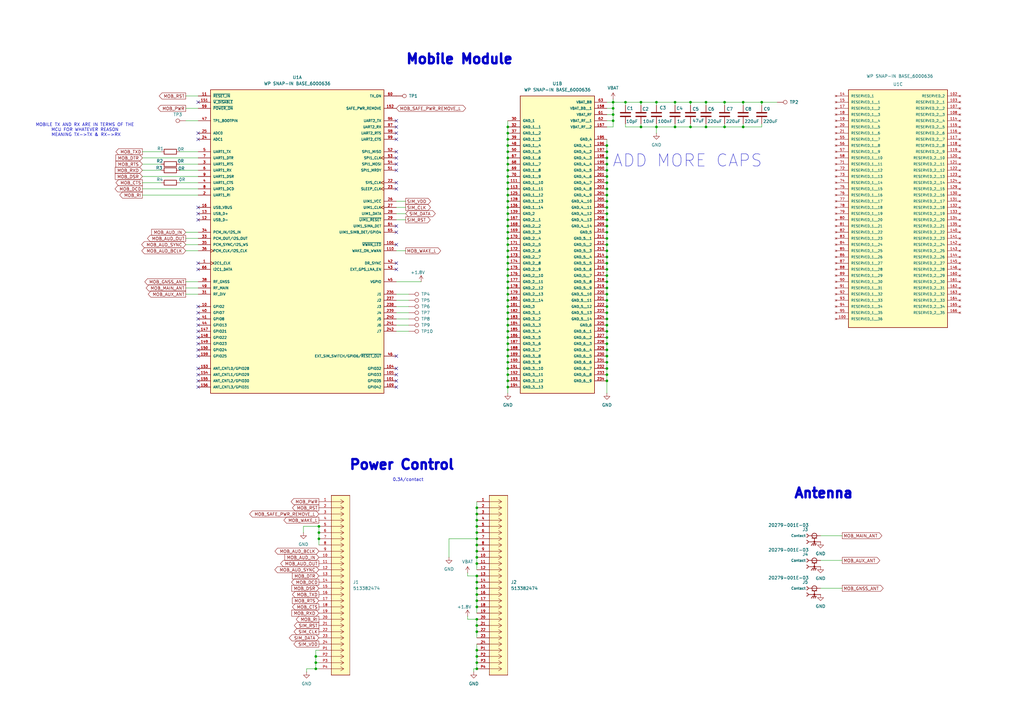
<source format=kicad_sch>
(kicad_sch (version 20250114) (generator "eeschema") (generator_version "9.0")
  (paper "A3")
  (text "ADD MORE CAPS" (at 281.94 66.04 0) (effects (font (size 5 5))))
  (text "Antenna\n" (at 337.82 202.438 0) (effects (font (size 4 4) (thickness 1) (bold yes))))
  (text "Power Control\n" (at 164.846 190.754 0) (effects (font (size 4 4) (thickness 1) (bold yes))))
  (text "MOBILE TX AND RX ARE IN TERMS OF THE \nMCU FOR WHATEVER REASON \nMEANING TX->TX & RX->RX" (at 35.306 53.34 0) (effects (font (size 1.27 1.27))))
  (text "0.3A/contact" (at 167.386 196.85 0) (effects (font (size 1.27 1.27))))
  (text "Mobile Module\n" (at 188.468 24.384 0) (effects (font (size 4 4) (thickness 1) (bold yes))))
  (junction (at 208.28 64.77))
  (junction (at 195.58 220.98))
  (junction (at 283.21 52.07))
  (junction (at 195.58 246.38))
  (junction (at 248.92 146.05))
  (junction (at 208.28 92.71))
  (junction (at 248.92 125.73))
  (junction (at 195.58 271.78))
  (junction (at 208.28 105.41))
  (junction (at 208.28 100.33))
  (junction (at 208.28 110.49))
  (junction (at 251.46 49.53))
  (junction (at 195.58 274.32))
  (junction (at 208.28 153.67))
  (junction (at 208.28 69.85))
  (junction (at 269.24 52.07))
  (junction (at 248.92 105.41))
  (junction (at 208.28 102.87))
  (junction (at 304.8 41.91))
  (junction (at 248.92 153.67))
  (junction (at 248.92 74.93))
  (junction (at 195.58 254))
  (junction (at 208.28 130.81))
  (junction (at 195.58 210.82))
  (junction (at 208.28 113.03))
  (junction (at 208.28 151.13))
  (junction (at 248.92 138.43))
  (junction (at 129.54 269.24))
  (junction (at 208.28 74.93))
  (junction (at 208.28 146.05))
  (junction (at 195.58 213.36))
  (junction (at 208.28 128.27))
  (junction (at 208.28 80.01))
  (junction (at 208.28 156.21))
  (junction (at 195.58 259.08))
  (junction (at 248.92 135.89))
  (junction (at 248.92 123.19))
  (junction (at 208.28 158.75))
  (junction (at 248.92 151.13))
  (junction (at 208.28 143.51))
  (junction (at 208.28 59.69))
  (junction (at 208.28 87.63))
  (junction (at 251.46 44.45))
  (junction (at 248.92 115.57))
  (junction (at 195.58 266.7))
  (junction (at 195.58 241.3))
  (junction (at 276.86 52.07))
  (junction (at 248.92 100.33))
  (junction (at 312.42 41.91))
  (junction (at 195.58 256.54))
  (junction (at 248.92 82.55))
  (junction (at 248.92 59.69))
  (junction (at 248.92 85.09))
  (junction (at 248.92 95.25))
  (junction (at 208.28 135.89))
  (junction (at 248.92 128.27))
  (junction (at 208.28 140.97))
  (junction (at 195.58 238.76))
  (junction (at 195.58 236.22))
  (junction (at 248.92 97.79))
  (junction (at 130.81 220.98))
  (junction (at 248.92 156.21))
  (junction (at 195.58 226.06))
  (junction (at 208.28 148.59))
  (junction (at 208.28 52.07))
  (junction (at 248.92 69.85))
  (junction (at 248.92 120.65))
  (junction (at 208.28 95.25))
  (junction (at 208.28 133.35))
  (junction (at 256.54 41.91))
  (junction (at 248.92 133.35))
  (junction (at 195.58 269.24))
  (junction (at 195.58 223.52))
  (junction (at 297.18 52.07))
  (junction (at 208.28 85.09))
  (junction (at 195.58 208.28))
  (junction (at 289.56 41.91))
  (junction (at 208.28 123.19))
  (junction (at 248.92 80.01))
  (junction (at 248.92 118.11))
  (junction (at 208.28 82.55))
  (junction (at 248.92 130.81))
  (junction (at 208.28 115.57))
  (junction (at 130.81 218.44))
  (junction (at 208.28 54.61))
  (junction (at 195.58 248.92))
  (junction (at 208.28 125.73))
  (junction (at 276.86 41.91))
  (junction (at 195.58 243.84))
  (junction (at 248.92 148.59))
  (junction (at 248.92 64.77))
  (junction (at 304.8 52.07))
  (junction (at 195.58 218.44))
  (junction (at 289.56 52.07))
  (junction (at 248.92 110.49))
  (junction (at 248.92 107.95))
  (junction (at 129.54 271.78))
  (junction (at 208.28 120.65))
  (junction (at 251.46 41.91))
  (junction (at 208.28 57.15))
  (junction (at 248.92 143.51))
  (junction (at 195.58 215.9))
  (junction (at 208.28 107.95))
  (junction (at 248.92 67.31))
  (junction (at 195.58 231.14))
  (junction (at 208.28 90.17))
  (junction (at 195.58 228.6))
  (junction (at 208.28 62.23))
  (junction (at 248.92 77.47))
  (junction (at 248.92 90.17))
  (junction (at 208.28 138.43))
  (junction (at 269.24 41.91))
  (junction (at 129.54 274.32))
  (junction (at 208.28 67.31))
  (junction (at 283.21 41.91))
  (junction (at 297.18 41.91))
  (junction (at 248.92 62.23))
  (junction (at 208.28 118.11))
  (junction (at 262.89 52.07))
  (junction (at 208.28 72.39))
  (junction (at 130.81 215.9))
  (junction (at 248.92 113.03))
  (junction (at 248.92 92.71))
  (junction (at 248.92 87.63))
  (junction (at 248.92 102.87))
  (junction (at 208.28 77.47))
  (junction (at 248.92 140.97))
  (junction (at 248.92 72.39))
  (junction (at 208.28 97.79))
  (junction (at 251.46 46.99))
  (junction (at 262.89 41.91))
  (no_connect (at 81.28 138.43))
  (no_connect (at 162.56 153.67))
  (no_connect (at 81.28 57.15))
  (no_connect (at 162.56 49.53))
  (no_connect (at 81.28 135.89))
  (no_connect (at 81.28 128.27))
  (no_connect (at 81.28 151.13))
  (no_connect (at 162.56 52.07))
  (no_connect (at 81.28 156.21))
  (no_connect (at 81.28 110.49))
  (no_connect (at 162.56 92.71))
  (no_connect (at 162.56 146.05))
  (no_connect (at 162.56 69.85))
  (no_connect (at 81.28 146.05))
  (no_connect (at 162.56 110.49))
  (no_connect (at 162.56 77.47))
  (no_connect (at 81.28 87.63))
  (no_connect (at 81.28 158.75))
  (no_connect (at 81.28 140.97))
  (no_connect (at 162.56 74.93))
  (no_connect (at 162.56 107.95))
  (no_connect (at 162.56 54.61))
  (no_connect (at 81.28 107.95))
  (no_connect (at 162.56 57.15))
  (no_connect (at 162.56 156.21))
  (no_connect (at 81.28 130.81))
  (no_connect (at 81.28 41.91))
  (no_connect (at 81.28 125.73))
  (no_connect (at 162.56 62.23))
  (no_connect (at 162.56 151.13))
  (no_connect (at 162.56 158.75))
  (no_connect (at 81.28 143.51))
  (no_connect (at 81.28 85.09))
  (no_connect (at 81.28 153.67))
  (no_connect (at 81.28 90.17))
  (no_connect (at 162.56 100.33))
  (no_connect (at 162.56 64.77))
  (no_connect (at 162.56 67.31))
  (no_connect (at 81.28 54.61))
  (no_connect (at 81.28 133.35))
  (no_connect (at 162.56 95.25))
  (wire (pts (xy 129.54 266.7) (xy 129.54 269.24)))
  (wire (pts (xy 162.56 133.35) (xy 167.64 133.35)))
  (wire (pts (xy 248.92 100.33) (xy 248.92 102.87)))
  (wire (pts (xy 208.28 151.13) (xy 208.28 153.67)))
  (wire (pts (xy 248.92 67.31) (xy 248.92 69.85)))
  (wire (pts (xy 208.28 123.19) (xy 208.28 125.73)))
  (wire (pts (xy 248.92 82.55) (xy 248.92 85.09)))
  (wire (pts (xy 208.28 130.81) (xy 208.28 133.35)))
  (wire (pts (xy 208.28 102.87) (xy 208.28 105.41)))
  (wire (pts (xy 248.92 105.41) (xy 248.92 107.95)))
  (wire (pts (xy 304.8 50.8) (xy 304.8 52.07)))
  (wire (pts (xy 208.28 62.23) (xy 208.28 64.77)))
  (wire (pts (xy 256.54 41.91) (xy 256.54 43.18)))
  (wire (pts (xy 248.92 62.23) (xy 248.92 64.77)))
  (wire (pts (xy 289.56 41.91) (xy 283.21 41.91)))
  (wire (pts (xy 248.92 118.11) (xy 248.92 120.65)))
  (wire (pts (xy 195.58 236.22) (xy 195.58 238.76)))
  (wire (pts (xy 248.92 113.03) (xy 248.92 115.57)))
  (wire (pts (xy 269.24 54.61) (xy 269.24 52.07)))
  (wire (pts (xy 256.54 52.07) (xy 256.54 50.8)))
  (wire (pts (xy 276.86 41.91) (xy 276.86 43.18)))
  (wire (pts (xy 208.28 115.57) (xy 208.28 118.11)))
  (wire (pts (xy 208.28 118.11) (xy 208.28 120.65)))
  (wire (pts (xy 208.28 72.39) (xy 208.28 74.93)))
  (wire (pts (xy 248.92 146.05) (xy 248.92 148.59)))
  (wire (pts (xy 248.92 49.53) (xy 251.46 49.53)))
  (wire (pts (xy 195.58 231.14) (xy 195.58 233.68)))
  (wire (pts (xy 208.28 143.51) (xy 208.28 146.05)))
  (wire (pts (xy 162.56 85.09) (xy 166.37 85.09)))
  (wire (pts (xy 304.8 41.91) (xy 297.18 41.91)))
  (wire (pts (xy 297.18 52.07) (xy 289.56 52.07)))
  (wire (pts (xy 251.46 46.99) (xy 251.46 49.53)))
  (wire (pts (xy 251.46 41.91) (xy 251.46 44.45)))
  (wire (pts (xy 251.46 40.64) (xy 251.46 41.91)))
  (wire (pts (xy 248.92 133.35) (xy 248.92 135.89)))
  (wire (pts (xy 336.55 229.87) (xy 345.44 229.87)))
  (wire (pts (xy 248.92 57.15) (xy 248.92 59.69)))
  (wire (pts (xy 191.77 234.95) (xy 191.77 236.22)))
  (wire (pts (xy 195.58 215.9) (xy 195.58 213.36)))
  (wire (pts (xy 312.42 41.91) (xy 312.42 43.18)))
  (wire (pts (xy 248.92 102.87) (xy 248.92 105.41)))
  (wire (pts (xy 208.28 153.67) (xy 208.28 156.21)))
  (wire (pts (xy 248.92 92.71) (xy 248.92 95.25)))
  (wire (pts (xy 162.56 87.63) (xy 166.37 87.63)))
  (wire (pts (xy 208.28 113.03) (xy 208.28 115.57)))
  (wire (pts (xy 195.58 246.38) (xy 195.58 248.92)))
  (wire (pts (xy 208.28 105.41) (xy 208.28 107.95)))
  (wire (pts (xy 195.58 208.28) (xy 195.58 205.74)))
  (wire (pts (xy 276.86 52.07) (xy 283.21 52.07)))
  (wire (pts (xy 195.58 226.06) (xy 195.58 228.6)))
  (wire (pts (xy 208.28 148.59) (xy 208.28 151.13)))
  (wire (pts (xy 208.28 135.89) (xy 208.28 138.43)))
  (wire (pts (xy 208.28 120.65) (xy 208.28 123.19)))
  (wire (pts (xy 184.15 228.6) (xy 184.15 220.98)))
  (wire (pts (xy 195.58 223.52) (xy 195.58 226.06)))
  (wire (pts (xy 248.92 151.13) (xy 248.92 153.67)))
  (wire (pts (xy 248.92 85.09) (xy 248.92 87.63)))
  (wire (pts (xy 208.28 49.53) (xy 208.28 52.07)))
  (wire (pts (xy 208.28 158.75) (xy 208.28 161.29)))
  (wire (pts (xy 208.28 156.21) (xy 208.28 158.75)))
  (wire (pts (xy 248.92 107.95) (xy 248.92 110.49)))
  (wire (pts (xy 248.92 97.79) (xy 248.92 100.33)))
  (wire (pts (xy 58.42 74.93) (xy 66.04 74.93)))
  (wire (pts (xy 248.92 90.17) (xy 248.92 92.71)))
  (wire (pts (xy 130.81 218.44) (xy 130.81 220.98)))
  (wire (pts (xy 130.81 271.78) (xy 129.54 271.78)))
  (wire (pts (xy 191.77 254) (xy 195.58 254)))
  (wire (pts (xy 248.92 72.39) (xy 248.92 74.93)))
  (wire (pts (xy 208.28 97.79) (xy 208.28 100.33)))
  (wire (pts (xy 129.54 271.78) (xy 129.54 274.32)))
  (wire (pts (xy 195.58 228.6) (xy 195.58 231.14)))
  (wire (pts (xy 208.28 138.43) (xy 208.28 140.97)))
  (wire (pts (xy 248.92 74.93) (xy 248.92 77.47)))
  (wire (pts (xy 162.56 120.65) (xy 167.64 120.65)))
  (wire (pts (xy 289.56 52.07) (xy 283.21 52.07)))
  (wire (pts (xy 208.28 128.27) (xy 208.28 130.81)))
  (wire (pts (xy 248.92 80.01) (xy 248.92 82.55)))
  (wire (pts (xy 195.58 220.98) (xy 195.58 223.52)))
  (wire (pts (xy 208.28 77.47) (xy 208.28 80.01)))
  (wire (pts (xy 208.28 59.69) (xy 208.28 62.23)))
  (wire (pts (xy 195.58 220.98) (xy 195.58 218.44)))
  (wire (pts (xy 248.92 148.59) (xy 248.92 151.13)))
  (wire (pts (xy 256.54 52.07) (xy 262.89 52.07)))
  (wire (pts (xy 191.77 252.73) (xy 191.77 254)))
  (wire (pts (xy 336.55 241.3) (xy 345.44 241.3)))
  (wire (pts (xy 124.46 215.9) (xy 130.81 215.9)))
  (wire (pts (xy 162.56 102.87) (xy 166.37 102.87)))
  (wire (pts (xy 208.28 82.55) (xy 208.28 85.09)))
  (wire (pts (xy 208.28 133.35) (xy 208.28 135.89)))
  (wire (pts (xy 269.24 41.91) (xy 269.24 43.18)))
  (wire (pts (xy 195.58 210.82) (xy 195.58 208.28)))
  (wire (pts (xy 191.77 236.22) (xy 195.58 236.22)))
  (wire (pts (xy 318.77 41.91) (xy 312.42 41.91)))
  (wire (pts (xy 248.92 95.25) (xy 248.92 97.79)))
  (wire (pts (xy 76.2 44.45) (xy 81.28 44.45)))
  (wire (pts (xy 208.28 125.73) (xy 208.28 128.27)))
  (wire (pts (xy 76.2 95.25) (xy 81.28 95.25)))
  (wire (pts (xy 195.58 259.08) (xy 195.58 261.62)))
  (wire (pts (xy 208.28 69.85) (xy 208.28 72.39)))
  (wire (pts (xy 162.56 130.81) (xy 167.64 130.81)))
  (wire (pts (xy 251.46 41.91) (xy 248.92 41.91)))
  (wire (pts (xy 256.54 41.91) (xy 262.89 41.91)))
  (wire (pts (xy 251.46 52.07) (xy 251.46 49.53)))
  (wire (pts (xy 125.73 274.32) (xy 129.54 274.32)))
  (wire (pts (xy 208.28 54.61) (xy 208.28 57.15)))
  (wire (pts (xy 248.92 59.69) (xy 248.92 62.23)))
  (wire (pts (xy 73.66 67.31) (xy 81.28 67.31)))
  (wire (pts (xy 195.58 264.16) (xy 195.58 266.7)))
  (wire (pts (xy 208.28 52.07) (xy 208.28 54.61)))
  (wire (pts (xy 248.92 138.43) (xy 248.92 140.97)))
  (wire (pts (xy 76.2 118.11) (xy 81.28 118.11)))
  (wire (pts (xy 297.18 41.91) (xy 289.56 41.91)))
  (wire (pts (xy 248.92 130.81) (xy 248.92 133.35)))
  (wire (pts (xy 297.18 50.8) (xy 297.18 52.07)))
  (wire (pts (xy 312.42 50.8) (xy 312.42 52.07)))
  (wire (pts (xy 248.92 140.97) (xy 248.92 143.51)))
  (wire (pts (xy 162.56 90.17) (xy 166.37 90.17)))
  (wire (pts (xy 208.28 90.17) (xy 208.28 92.71)))
  (wire (pts (xy 248.92 128.27) (xy 248.92 130.81)))
  (wire (pts (xy 248.92 143.51) (xy 248.92 146.05)))
  (wire (pts (xy 248.92 69.85) (xy 248.92 72.39)))
  (wire (pts (xy 283.21 52.07) (xy 283.21 50.8)))
  (wire (pts (xy 248.92 87.63) (xy 248.92 90.17)))
  (wire (pts (xy 76.2 39.37) (xy 81.28 39.37)))
  (wire (pts (xy 251.46 41.91) (xy 256.54 41.91)))
  (wire (pts (xy 58.42 64.77) (xy 81.28 64.77)))
  (wire (pts (xy 195.58 218.44) (xy 195.58 215.9)))
  (wire (pts (xy 130.81 220.98) (xy 130.81 223.52)))
  (wire (pts (xy 312.42 52.07) (xy 304.8 52.07)))
  (wire (pts (xy 208.28 64.77) (xy 208.28 67.31)))
  (wire (pts (xy 195.58 271.78) (xy 195.58 274.32)))
  (wire (pts (xy 73.66 62.23) (xy 81.28 62.23)))
  (wire (pts (xy 195.58 248.92) (xy 195.58 251.46)))
  (wire (pts (xy 304.8 41.91) (xy 304.8 43.18)))
  (wire (pts (xy 195.58 238.76) (xy 195.58 241.3)))
  (wire (pts (xy 195.58 274.32) (xy 194.31 274.32)))
  (wire (pts (xy 195.58 269.24) (xy 195.58 271.78)))
  (wire (pts (xy 276.86 52.07) (xy 276.86 50.8)))
  (wire (pts (xy 208.28 140.97) (xy 208.28 143.51)))
  (wire (pts (xy 184.15 220.98) (xy 195.58 220.98)))
  (wire (pts (xy 76.2 97.79) (xy 81.28 97.79)))
  (wire (pts (xy 248.92 115.57) (xy 248.92 118.11)))
  (wire (pts (xy 76.2 100.33) (xy 81.28 100.33)))
  (wire (pts (xy 336.55 219.71) (xy 345.44 219.71)))
  (wire (pts (xy 58.42 69.85) (xy 66.04 69.85)))
  (wire (pts (xy 269.24 41.91) (xy 276.86 41.91)))
  (wire (pts (xy 124.46 218.44) (xy 124.46 215.9)))
  (wire (pts (xy 195.58 254) (xy 195.58 256.54)))
  (wire (pts (xy 73.66 69.85) (xy 81.28 69.85)))
  (wire (pts (xy 76.2 49.53) (xy 81.28 49.53)))
  (wire (pts (xy 208.28 100.33) (xy 208.28 102.87)))
  (wire (pts (xy 130.81 269.24) (xy 129.54 269.24)))
  (wire (pts (xy 76.2 115.57) (xy 81.28 115.57)))
  (wire (pts (xy 251.46 46.99) (xy 251.46 44.45)))
  (wire (pts (xy 248.92 52.07) (xy 251.46 52.07)))
  (wire (pts (xy 262.89 41.91) (xy 262.89 43.18)))
  (wire (pts (xy 129.54 274.32) (xy 130.81 274.32)))
  (wire (pts (xy 208.28 92.71) (xy 208.28 95.25)))
  (wire (pts (xy 248.92 46.99) (xy 251.46 46.99)))
  (wire (pts (xy 208.28 146.05) (xy 208.28 148.59)))
  (wire (pts (xy 58.42 62.23) (xy 66.04 62.23)))
  (wire (pts (xy 276.86 41.91) (xy 283.21 41.91)))
  (wire (pts (xy 262.89 41.91) (xy 269.24 41.91)))
  (wire (pts (xy 248.92 64.77) (xy 248.92 67.31)))
  (wire (pts (xy 248.92 156.21) (xy 248.92 161.29)))
  (wire (pts (xy 76.2 120.65) (xy 81.28 120.65)))
  (wire (pts (xy 130.81 215.9) (xy 130.81 218.44)))
  (wire (pts (xy 195.58 256.54) (xy 195.58 259.08)))
  (wire (pts (xy 312.42 41.91) (xy 304.8 41.91)))
  (wire (pts (xy 195.58 243.84) (xy 195.58 246.38)))
  (wire (pts (xy 269.24 52.07) (xy 269.24 50.8)))
  (wire (pts (xy 162.56 128.27) (xy 167.64 128.27)))
  (wire (pts (xy 58.42 80.01) (xy 81.28 80.01)))
  (wire (pts (xy 172.72 115.57) (xy 162.56 115.57)))
  (wire (pts (xy 129.54 269.24) (xy 129.54 271.78)))
  (wire (pts (xy 248.92 44.45) (xy 251.46 44.45)))
  (wire (pts (xy 208.28 57.15) (xy 208.28 59.69)))
  (wire (pts (xy 208.28 67.31) (xy 208.28 69.85)))
  (wire (pts (xy 248.92 110.49) (xy 248.92 113.03)))
  (wire (pts (xy 162.56 123.19) (xy 167.64 123.19)))
  (wire (pts (xy 195.58 213.36) (xy 195.58 210.82)))
  (wire (pts (xy 304.8 52.07) (xy 297.18 52.07)))
  (wire (pts (xy 248.92 135.89) (xy 248.92 138.43)))
  (wire (pts (xy 248.92 153.67) (xy 248.92 156.21)))
  (wire (pts (xy 289.56 43.18) (xy 289.56 41.91)))
  (wire (pts (xy 76.2 102.87) (xy 81.28 102.87)))
  (wire (pts (xy 194.31 274.32) (xy 194.31 275.59)))
  (wire (pts (xy 208.28 110.49) (xy 208.28 113.03)))
  (wire (pts (xy 208.28 74.93) (xy 208.28 77.47)))
  (wire (pts (xy 58.42 67.31) (xy 66.04 67.31)))
  (wire (pts (xy 73.66 74.93) (xy 81.28 74.93)))
  (wire (pts (xy 248.92 125.73) (xy 248.92 128.27)))
  (wire (pts (xy 269.24 52.07) (xy 276.86 52.07)))
  (wire (pts (xy 208.28 107.95) (xy 208.28 110.49)))
  (wire (pts (xy 208.28 80.01) (xy 208.28 82.55)))
  (wire (pts (xy 208.28 95.25) (xy 208.28 97.79)))
  (wire (pts (xy 58.42 72.39) (xy 81.28 72.39)))
  (wire (pts (xy 195.58 241.3) (xy 195.58 243.84)))
  (wire (pts (xy 130.81 266.7) (xy 129.54 266.7)))
  (wire (pts (xy 195.58 266.7) (xy 195.58 269.24)))
  (wire (pts (xy 162.56 135.89) (xy 167.64 135.89)))
  (wire (pts (xy 125.73 275.59) (xy 125.73 274.32)))
  (wire (pts (xy 208.28 87.63) (xy 208.28 90.17)))
  (wire (pts (xy 262.89 52.07) (xy 269.24 52.07)))
  (wire (pts (xy 289.56 50.8) (xy 289.56 52.07)))
  (wire (pts (xy 248.92 120.65) (xy 248.92 123.19)))
  (wire (pts (xy 283.21 41.91) (xy 283.21 43.18)))
  (wire (pts (xy 248.92 123.19) (xy 248.92 125.73)))
  (wire (pts (xy 248.92 77.47) (xy 248.92 80.01)))
  (wire (pts (xy 162.56 125.73) (xy 167.64 125.73)))
  (wire (pts (xy 262.89 52.07) (xy 262.89 50.8)))
  (wire (pts (xy 208.28 85.09) (xy 208.28 87.63)))
  (wire (pts (xy 297.18 41.91) (xy 297.18 43.18)))
  (wire (pts (xy 162.56 82.55) (xy 166.37 82.55)))
  (wire (pts (xy 58.42 77.47) (xy 81.28 77.47)))
  (global_label "MOB_DTR" (shape input) (at 58.42 64.77 180) (property "Intersheetrefs" "${INTERSHEET_REFS}" (effects (hide yes))))
  (global_label "MOB_SAFE_PWR_REMOVE_L" (shape bidirectional) (at 162.56 44.45 0) (property "Intersheetrefs" "${INTERSHEET_REFS}" (effects (hide yes))))
  (global_label "MOB_GNSS_ANT" (shape output) (at 345.44 241.3 0) (property "Intersheetrefs" "${INTERSHEET_REFS}" (effects (hide yes))))
  (global_label "MOB_WAKE_L" (shape output) (at 130.81 213.36 180) (property "Intersheetrefs" "${INTERSHEET_REFS}" (effects (hide yes))))
  (global_label "MOB_WAKE_L" (shape output) (at 166.37 102.87 0) (property "Intersheetrefs" "${INTERSHEET_REFS}" (effects (hide yes))))
  (global_label "SIM_DATA" (shape bidirectional) (at 166.37 87.63 0) (property "Intersheetrefs" "${INTERSHEET_REFS}" (effects (hide yes))))
  (global_label "MOB_RI" (shape output) (at 130.81 254 180) (property "Intersheetrefs" "${INTERSHEET_REFS}" (effects (hide yes))))
  (global_label "SIM_VDD" (shape output) (at 130.81 264.16 180) (property "Intersheetrefs" "${INTERSHEET_REFS}" (effects (hide yes))))
  (global_label "MOB_RXD" (shape input) (at 58.42 69.85 180) (property "Intersheetrefs" "${INTERSHEET_REFS}" (effects (hide yes))))
  (global_label "MOB_AUD_SYNC" (shape bidirectional) (at 76.2 100.33 180) (property "Intersheetrefs" "${INTERSHEET_REFS}" (effects (hide yes))))
  (global_label "MOB_MAIN_ANT" (shape output) (at 345.44 219.71 0) (property "Intersheetrefs" "${INTERSHEET_REFS}" (effects (hide yes))))
  (global_label "MOB_AUX_ANT" (shape output) (at 76.2 120.65 180) (property "Intersheetrefs" "${INTERSHEET_REFS}" (effects (hide yes))))
  (global_label "MOB_AUD_IN" (shape input) (at 130.81 228.6 180) (property "Intersheetrefs" "${INTERSHEET_REFS}" (effects (hide yes))))
  (global_label "MOB_RI" (shape output) (at 58.42 80.01 180) (property "Intersheetrefs" "${INTERSHEET_REFS}" (effects (hide yes))))
  (global_label "MOB_RTS" (shape input) (at 130.81 246.38 180) (property "Intersheetrefs" "${INTERSHEET_REFS}" (effects (hide yes))))
  (global_label "MOB_AUD_BCLK" (shape bidirectional) (at 76.2 102.87 180) (property "Intersheetrefs" "${INTERSHEET_REFS}" (effects (hide yes))))
  (global_label "MOB_TXD" (shape output) (at 130.81 243.84 180) (property "Intersheetrefs" "${INTERSHEET_REFS}" (effects (hide yes))))
  (global_label "MOB_DCD" (shape output) (at 58.42 77.47 180) (property "Intersheetrefs" "${INTERSHEET_REFS}" (effects (hide yes))))
  (global_label "MOB_PWR" (shape output) (at 130.81 205.74 180) (property "Intersheetrefs" "${INTERSHEET_REFS}" (effects (hide yes))))
  (global_label "MOB_AUD_SYNC" (shape bidirectional) (at 130.81 233.68 180) (property "Intersheetrefs" "${INTERSHEET_REFS}" (effects (hide yes))))
  (global_label "SIM_DATA" (shape bidirectional) (at 130.81 261.62 180) (property "Intersheetrefs" "${INTERSHEET_REFS}" (effects (hide yes))))
  (global_label "MOB_AUD_BCLK" (shape bidirectional) (at 130.81 226.06 180) (property "Intersheetrefs" "${INTERSHEET_REFS}" (effects (hide yes))))
  (global_label "MOB_CTS" (shape output) (at 58.42 74.93 180) (property "Intersheetrefs" "${INTERSHEET_REFS}" (effects (hide yes))))
  (global_label "SIM_CLK" (shape output) (at 166.37 85.09 0) (property "Intersheetrefs" "${INTERSHEET_REFS}" (effects (hide yes))))
  (global_label "MOB_DCD" (shape output) (at 130.81 238.76 180) (property "Intersheetrefs" "${INTERSHEET_REFS}" (effects (hide yes))))
  (global_label "SIM_VDD" (shape output) (at 166.37 82.55 0) (property "Intersheetrefs" "${INTERSHEET_REFS}" (effects (hide yes))))
  (global_label "MOB_AUX_ANT" (shape output) (at 345.44 229.87 0) (property "Intersheetrefs" "${INTERSHEET_REFS}" (effects (hide yes))))
  (global_label "MOB_RXD" (shape input) (at 130.81 251.46 180) (property "Intersheetrefs" "${INTERSHEET_REFS}" (effects (hide yes))))
  (global_label "MOB_AUD_OUT" (shape output) (at 130.81 231.14 180) (property "Intersheetrefs" "${INTERSHEET_REFS}" (effects (hide yes))))
  (global_label "MOB_TXD" (shape output) (at 58.42 62.23 180) (property "Intersheetrefs" "${INTERSHEET_REFS}" (effects (hide yes))))
  (global_label "SIM_RST" (shape output) (at 166.37 90.17 0) (property "Intersheetrefs" "${INTERSHEET_REFS}" (effects (hide yes))))
  (global_label "MOB_RTS" (shape input) (at 58.42 67.31 180) (property "Intersheetrefs" "${INTERSHEET_REFS}" (effects (hide yes))))
  (global_label "MOB_DTR" (shape input) (at 130.81 236.22 180) (property "Intersheetrefs" "${INTERSHEET_REFS}" (effects (hide yes))))
  (global_label "SIM_RST" (shape output) (at 130.81 256.54 180) (property "Intersheetrefs" "${INTERSHEET_REFS}" (effects (hide yes))))
  (global_label "MOB_PWR" (shape output) (at 76.2 44.45 180) (property "Intersheetrefs" "${INTERSHEET_REFS}" (effects (hide yes))))
  (global_label "MOB_MAIN_ANT" (shape output) (at 76.2 118.11 180) (property "Intersheetrefs" "${INTERSHEET_REFS}" (effects (hide yes))))
  (global_label "MOB_RST" (shape output) (at 130.81 208.28 180) (property "Intersheetrefs" "${INTERSHEET_REFS}" (effects (hide yes))))
  (global_label "MOB_CTS" (shape output) (at 130.81 248.92 180) (property "Intersheetrefs" "${INTERSHEET_REFS}" (effects (hide yes))))
  (global_label "MOB_GNSS_ANT" (shape output) (at 76.2 115.57 180) (property "Intersheetrefs" "${INTERSHEET_REFS}" (effects (hide yes))))
  (global_label "MOB_DSR" (shape input) (at 130.81 241.3 180) (property "Intersheetrefs" "${INTERSHEET_REFS}" (effects (hide yes))))
  (global_label "SIM_CLK" (shape output) (at 130.81 259.08 180) (property "Intersheetrefs" "${INTERSHEET_REFS}" (effects (hide yes))))
  (global_label "MOB_AUD_OUT" (shape output) (at 76.2 97.79 180) (property "Intersheetrefs" "${INTERSHEET_REFS}" (effects (hide yes))))
  (global_label "MOB_RST" (shape output) (at 76.2 39.37 180) (property "Intersheetrefs" "${INTERSHEET_REFS}" (effects (hide yes))))
  (global_label "MOB_AUD_IN" (shape input) (at 76.2 95.25 180) (property "Intersheetrefs" "${INTERSHEET_REFS}" (effects (hide yes))))
  (global_label "MOB_SAFE_PWR_REMOVE_L" (shape bidirectional) (at 130.81 210.82 180) (property "Intersheetrefs" "${INTERSHEET_REFS}" (effects (hide yes))))
  (global_label "MOB_DSR" (shape input) (at 58.42 72.39 180) (property "Intersheetrefs" "${INTERSHEET_REFS}" (effects (hide yes))))
  (symbol (lib_id "resistors:Resistor_0R") (at 69.85 69.85 90) (unit 1)
    (property "Reference" "R3" (at 65.278 68.834 90))
    (property "Value" "0R" (at 74.422 69.088 90))
    (property "Footprint" "Resistor_SMD:R_0402_1005Metric" (effects (hide yes)))
    (property "LCSC PN" "C60485" (effects (hide yes)))
  )
  (symbol (lib_id "20279-001E-03:20279-001E-03") (at 334.01 241.3 0) (unit 1)
    (property "Reference" "J5" (at 331.47 238.76 0) (effects (justify right)))
    (property "Value" "20279-001E-03" (at 331.724 236.982 0) (effects (justify right)))
    (property "Footprint" "20279-001E-03:IPEX_20279-001E-03" (effects (hide yes)))
    (property "MF" "I-PEX" (effects (hide yes)))
    (property "MAXIMUM_PACKAGE_HEIGHT" "1.25mm" (effects (hide yes)))
    (property "Package" "None" (effects (hide yes)))
    (property "Price" "None" (effects (hide yes)))
    (property "Check_prices" "https://www.snapeda.com/parts/20279-001E-03/I-PEX/view-part/?ref=eda" (effects (hide yes)))
    (property "STANDARD" "Manufacturer Recommendations" (effects (hide yes)))
    (property "PARTREV" "32" (effects (hide yes)))
    (property "SnapEDA_Link" "https://www.snapeda.com/parts/20279-001E-03/I-PEX/view-part/?ref=snap" (effects (hide yes)))
    (property "MP" "20279-001E-03" (effects (hide yes)))
    (property "Description_1" "\n                        \n                            1 POS Vertical SMD Small form factor with big performance through 6 GHz connector,MHF, RF, micro-coaxial MHF I Receptacle\n                        \n" (effects (hide yes)))
    (property "Availability" "In Stock" (effects (hide yes)))
    (property "MANUFACTURER" "I-PEX" (effects (hide yes)))
    (property "LCSC PN" " C36499136" (effects (hide yes)))
  )
  (symbol (lib_id "Connector:TestPoint") (at 76.2 49.53 90) (unit 1)
    (property "Reference" "TP3" (at 72.898 46.99 90))
    (property "Value" "TestPoint" (effects (hide yes)))
    (property "Footprint" "TestPoint:TestPoint_Pad_D1.5mm" (effects (hide yes)))
    (property "Description" "test point" (effects (hide yes)))
  )
  (symbol (lib_id "RC7620_1104625:RC7620_1104625") (at 228.6 49.53 0) (unit 2)
    (property "Reference" "U1" (at 228.6 34.29 0))
    (property "Value" "WP SNAP-IN BASE_6000636" (at 228.6 36.83 0))
    (property "Footprint" "RC7620_1104625:XCVR_RC7620_1104625" (effects (hide yes)))
    (property "MF" "Sierra Wireless" (effects (hide yes)))
    (property "MAXIMUM_PACKAGE_HEIGHT" "2.7mm" (effects (hide yes)))
    (property "Package" "BFLGA-239 Sierra Wireless" (effects (hide yes)))
    (property "Price" "None" (effects (hide yes)))
    (property "Check_prices" "https://www.snapeda.com/parts/RC7620_1104625/Sierra+Wireless/view-part/?ref=eda" (effects (hide yes)))
    (property "STANDARD" "Manufacturer Recommendations" (effects (hide yes)))
    (property "PARTREV" "12" (effects (hide yes)))
    (property "SnapEDA_Link" "https://www.snapeda.com/parts/RC7620_1104625/Sierra+Wireless/view-part/?ref=snap" (effects (hide yes)))
    (property "MP" "RC7620_1104625" (effects (hide yes)))
    (property "Description_1" "\n                        \n                            Cellular, Navigation 2G, 3G, 4G, EDGE, GPRS, GSM, LTE, UMTS Transceiver Module 900MHz, 1.8GHz Antenna Not Included Surface Mount\n                        \n" (effects (hide yes)))
    (property "MANUFACTURER" "Sierra Wireless" (effects (hide yes)))
    (property "Availability" "In Stock" (effects (hide yes)))
    (property "SNAPEDA_PN" "RC7620_1104625" (effects (hide yes)))
  )
  (symbol (lib_name "RC7620_1104625_1") (lib_id "RC7620_1104625:RC7620_1104625") (at 368.3 39.37 0) (unit 3)
    (property "Reference" "U1" (at 368.3 34.544 0))
    (property "Value" "WP SNAP-IN BASE_6000636" (at 369.062 31.242 0))
    (property "Footprint" "WP_SNAP-IN_BASE:SIERRA_WP_SNAP-IN_BASE" (effects (hide yes)))
    (property "MF" "Sierra Wireless" (effects (hide yes)))
    (property "MAXIMUM_PACKAGE_HEIGHT" "2.7mm" (effects (hide yes)))
    (property "Package" "BFLGA-239 Sierra Wireless" (effects (hide yes)))
    (property "Price" "None" (effects (hide yes)))
    (property "Check_prices" "https://www.snapeda.com/parts/RC7620_1104625/Sierra+Wireless/view-part/?ref=eda" (effects (hide yes)))
    (property "STANDARD" "Manufacturer Recommendations" (effects (hide yes)))
    (property "PARTREV" "12" (effects (hide yes)))
    (property "SnapEDA_Link" "https://www.snapeda.com/parts/RC7620_1104625/Sierra+Wireless/view-part/?ref=snap" (effects (hide yes)))
    (property "MP" "RC7620_1104625" (effects (hide yes)))
    (property "Description_1" "\n                        \n                            Cellular, Navigation 2G, 3G, 4G, EDGE, GPRS, GSM, LTE, UMTS Transceiver Module 900MHz, 1.8GHz Antenna Not Included Surface Mount\n                        \n" (effects (hide yes)))
    (property "MANUFACTURER" "Sierra Wireless" (effects (hide yes)))
    (property "Availability" "In Stock" (effects (hide yes)))
    (property "SNAPEDA_PN" "RC7620_1104625" (effects (hide yes)))
  )
  (symbol (lib_id "Capacitors:Capacitor_220uF") (at 312.42 46.99 0) (unit 1)
    (property "Reference" "C9" (at 313.182 44.704 0) (effects (justify left)))
    (property "Value" "220uF" (at 312.928 49.784 0) (effects (justify left)))
    (property "Footprint" "Capacitor_SMD:C_1206_3216Metric" (effects (hide yes)))
    (property "Datasheet" "GRM31CR60J227ME11L" (effects (hide yes)))
    (property "Description" "6.3V 220uF X5R ±20% 1206 Multilayer Ceramic Capacitors MLCC - SMD/SMT ROHS" (effects (hide yes)))
    (property "LCSC PN" "C412252" (effects (hide yes)))
  )
  (symbol (lib_id "Connector:TestPoint") (at 162.56 39.37 270) (unit 1)
    (property "Reference" "TP1" (at 167.64 39.3699 90) (effects (justify left)))
    (property "Value" "TestPoint" (effects (hide yes)))
    (property "Footprint" "TestPoint:TestPoint_Pad_D1.5mm" (effects (hide yes)))
    (property "Description" "test point" (effects (hide yes)))
  )
  (symbol (lib_id "resistors:Resistor_0R") (at 69.85 74.93 90) (unit 1)
    (property "Reference" "R4" (at 65.532 73.66 90))
    (property "Value" "0R" (at 74.676 73.66 90))
    (property "Footprint" "Resistor_SMD:R_0402_1005Metric" (effects (hide yes)))
    (property "LCSC PN" "C60485" (effects (hide yes)))
  )
  (symbol (lib_id "513382474:513382474") (at 195.58 205.74 0) (unit 1)
    (property "Reference" "J2" (at 209.55 238.7599 0) (effects (justify left)))
    (property "Value" "513382474" (at 209.55 241.2999 0) (effects (justify left)))
    (property "Footprint" "513382474:CON_513382474" (effects (hide yes)))
    (property "DigiKey_Part_Number" "WM8960TR-ND" (effects (hide yes)))
    (property "SnapEDA_Link" "https://www.snapeda.com/parts/513382474/Molex/view-part/?ref=snap" (effects (hide yes)))
    (property "Description_1" "24 Position Connector Receptacle, Center Strip Contacts Surface Mount Gold" (effects (hide yes)))
    (property "Package" "None" (effects (hide yes)))
    (property "Check_prices" "https://www.snapeda.com/parts/513382474/Molex/view-part/?ref=eda" (effects (hide yes)))
    (property "MF" "Molex" (effects (hide yes)))
    (property "MP" "513382474" (effects (hide yes)))
    (property "MFR_NAME" "Molex Connector Corporation" (effects (hide yes)))
    (property "MANUFACTURER_PART_NUMBER" "513382474" (effects (hide yes)))
  )
  (symbol (lib_id "20279-001E-03:20279-001E-03") (at 334.01 219.71 0) (unit 1)
    (property "Reference" "J3" (at 331.47 217.17 0) (effects (justify right)))
    (property "Value" "20279-001E-03" (at 331.724 215.392 0) (effects (justify right)))
    (property "Footprint" "20279-001E-03:IPEX_20279-001E-03" (effects (hide yes)))
    (property "MF" "I-PEX" (effects (hide yes)))
    (property "MAXIMUM_PACKAGE_HEIGHT" "1.25mm" (effects (hide yes)))
    (property "Package" "None" (effects (hide yes)))
    (property "Price" "None" (effects (hide yes)))
    (property "Check_prices" "https://www.snapeda.com/parts/20279-001E-03/I-PEX/view-part/?ref=eda" (effects (hide yes)))
    (property "STANDARD" "Manufacturer Recommendations" (effects (hide yes)))
    (property "PARTREV" "32" (effects (hide yes)))
    (property "SnapEDA_Link" "https://www.snapeda.com/parts/20279-001E-03/I-PEX/view-part/?ref=snap" (effects (hide yes)))
    (property "MP" "20279-001E-03" (effects (hide yes)))
    (property "Description_1" "\n                        \n                            1 POS Vertical SMD Small form factor with big performance through 6 GHz connector,MHF, RF, micro-coaxial MHF I Receptacle\n                        \n" (effects (hide yes)))
    (property "Availability" "In Stock" (effects (hide yes)))
    (property "MANUFACTURER" "I-PEX" (effects (hide yes)))
    (property "LCSC PN" " C36499136" (effects (hide yes)))
  )
  (symbol (lib_id "resistors:Resistor_0R") (at 69.85 67.31 90) (unit 1)
    (property "Reference" "R2" (at 65.532 66.04 90))
    (property "Value" "0R" (at 74.168 66.04 90))
    (property "Footprint" "Resistor_SMD:R_0402_1005Metric" (effects (hide yes)))
    (property "LCSC PN" "C60485" (effects (hide yes)))
  )
  (symbol (lib_id "power:GND") (at 269.24 54.61 0) (unit 1)
    (property "Reference" "#PWR02" (effects (hide yes)))
    (property "Value" "GND" (at 269.24 59.436 0))
    (property "Description" "Power symbol creates a global label with name \"GND\" , ground" (effects (hide yes)))
  )
  (symbol (lib_id "power:GND") (at 124.46 218.44 0) (unit 1)
    (property "Reference" "#PWR014" (effects (hide yes)))
    (property "Value" "GND" (at 124.46 223.266 0))
    (property "Description" "Power symbol creates a global label with name \"GND\" , ground" (effects (hide yes)))
  )
  (symbol (lib_id "20279-001E-03:20279-001E-03") (at 334.01 229.87 0) (unit 1)
    (property "Reference" "J4" (at 331.47 227.33 0) (effects (justify right)))
    (property "Value" "20279-001E-03" (at 331.724 225.552 0) (effects (justify right)))
    (property "Footprint" "20279-001E-03:IPEX_20279-001E-03" (effects (hide yes)))
    (property "MF" "I-PEX" (effects (hide yes)))
    (property "MAXIMUM_PACKAGE_HEIGHT" "1.25mm" (effects (hide yes)))
    (property "Package" "None" (effects (hide yes)))
    (property "Price" "None" (effects (hide yes)))
    (property "Check_prices" "https://www.snapeda.com/parts/20279-001E-03/I-PEX/view-part/?ref=eda" (effects (hide yes)))
    (property "STANDARD" "Manufacturer Recommendations" (effects (hide yes)))
    (property "PARTREV" "32" (effects (hide yes)))
    (property "SnapEDA_Link" "https://www.snapeda.com/parts/20279-001E-03/I-PEX/view-part/?ref=snap" (effects (hide yes)))
    (property "MP" "20279-001E-03" (effects (hide yes)))
    (property "Description_1" "\n                        \n                            1 POS Vertical SMD Small form factor with big performance through 6 GHz connector,MHF, RF, micro-coaxial MHF I Receptacle\n                        \n" (effects (hide yes)))
    (property "Availability" "In Stock" (effects (hide yes)))
    (property "MANUFACTURER" "I-PEX" (effects (hide yes)))
    (property "LCSC PN" " C36499136" (effects (hide yes)))
  )
  (symbol (lib_id "power:GND") (at 208.28 161.29 0) (unit 1)
    (property "Reference" "#PWR04" (effects (hide yes)))
    (property "Value" "GND" (at 208.28 166.116 0))
    (property "Description" "Power symbol creates a global label with name \"GND\" , ground" (effects (hide yes)))
  )
  (symbol (lib_id "Capacitors:Capacitor_47uF") (at 283.21 46.99 0) (unit 1)
    (property "Reference" "C5" (at 283.972 44.704 0) (effects (justify left)))
    (property "Value" "47uF" (at 283.972 49.53 0) (effects (justify left)))
    (property "Footprint" "Capacitor_SMD:C_0805_2012Metric" (effects (hide yes)))
    (property "Description" "CAP CER 47UF 6.3V X5R 0805" (effects (hide yes)))
    (property "LCSC PN" "C109461" (effects (hide yes)))
  )
  (symbol (lib_id "RC7620_1104625:RC7620_1104625") (at 121.92 97.79 0) (unit 1)
    (property "Reference" "U1" (at 121.92 31.75 0))
    (property "Value" "WP SNAP-IN BASE_6000636" (at 121.92 34.29 0))
    (property "Footprint" "RC7620_1104625:XCVR_RC7620_1104625" (effects (hide yes)))
    (property "MF" "Sierra Wireless" (effects (hide yes)))
    (property "MAXIMUM_PACKAGE_HEIGHT" "2.7mm" (effects (hide yes)))
    (property "Package" "BFLGA-239 Sierra Wireless" (effects (hide yes)))
    (property "Price" "None" (effects (hide yes)))
    (property "Check_prices" "https://www.snapeda.com/parts/RC7620_1104625/Sierra+Wireless/view-part/?ref=eda" (effects (hide yes)))
    (property "STANDARD" "Manufacturer Recommendations" (effects (hide yes)))
    (property "PARTREV" "12" (effects (hide yes)))
    (property "SnapEDA_Link" "https://www.snapeda.com/parts/RC7620_1104625/Sierra+Wireless/view-part/?ref=snap" (effects (hide yes)))
    (property "MP" "RC7620_1104625" (effects (hide yes)))
    (property "Description_1" "\n                        \n                            Cellular, Navigation 2G, 3G, 4G, EDGE, GPRS, GSM, LTE, UMTS Transceiver Module 900MHz, 1.8GHz Antenna Not Included Surface Mount\n                        \n" (effects (hide yes)))
    (property "MANUFACTURER" "Sierra Wireless" (effects (hide yes)))
    (property "Availability" "In Stock" (effects (hide yes)))
    (property "SNAPEDA_PN" "RC7620_1104625" (effects (hide yes)))
  )
  (symbol (lib_id "Connector:TestPoint") (at 167.64 128.27 270) (unit 1)
    (property "Reference" "TP7" (at 172.72 128.2699 90) (effects (justify left)))
    (property "Value" "TestPoint" (effects (hide yes)))
    (property "Footprint" "TestPoint:TestPoint_Pad_D1.5mm" (effects (hide yes)))
    (property "Description" "test point" (effects (hide yes)))
  )
  (symbol (lib_id "Capacitors:Capacitor_220uF") (at 304.8 46.99 0) (unit 1)
    (property "Reference" "C8" (at 305.562 44.704 0) (effects (justify left)))
    (property "Value" "220uF" (at 305.308 49.784 0) (effects (justify left)))
    (property "Footprint" "Capacitor_SMD:C_1206_3216Metric" (effects (hide yes)))
    (property "Datasheet" "GRM31CR60J227ME11L" (effects (hide yes)))
    (property "Description" "6.3V 220uF X5R ±20% 1206 Multilayer Ceramic Capacitors MLCC - SMD/SMT ROHS" (effects (hide yes)))
    (property "LCSC PN" "C412252" (effects (hide yes)))
  )
  (symbol (lib_id "Capacitors:Capacitor_1uF") (at 276.86 46.99 0) (unit 1)
    (property "Reference" "C4" (at 277.368 44.45 0) (effects (justify left)))
    (property "Value" "1uF" (at 277.622 49.784 0) (effects (justify left)))
    (property "Footprint" "Capacitor_SMD:C_0201_0603Metric" (effects (hide yes)))
    (property "Description" "6.3V 1uF X5R ±20% 0201 Multilayer Ceramic Capacitors MLCC - SMD/SMT ROHS" (effects (hide yes)))
    (property "LCSC PN" "C53067" (effects (hide yes)))
  )
  (symbol (lib_id "power:GND") (at 184.15 228.6 0) (unit 1)
    (property "Reference" "#PWR07" (effects (hide yes)))
    (property "Value" "GND" (at 184.15 233.426 0))
    (property "Description" "Power symbol creates a global label with name \"GND\" , ground" (effects (hide yes)))
  )
  (symbol (lib_id "power:GND") (at 336.55 222.25 0) (unit 1)
    (property "Reference" "#PWR06" (effects (hide yes)))
    (property "Value" "GND" (at 336.55 227.076 0))
    (property "Description" "Power symbol creates a global label with name \"GND\" , ground" (effects (hide yes)))
  )
  (symbol (lib_id "power:GND") (at 336.55 232.41 0) (unit 1)
    (property "Reference" "#PWR08" (effects (hide yes)))
    (property "Value" "GND" (at 336.55 237.236 0))
    (property "Description" "Power symbol creates a global label with name \"GND\" , ground" (effects (hide yes)))
  )
  (symbol (lib_id "power:GND") (at 194.31 275.59 0) (unit 1)
    (property "Reference" "#PWR012" (effects (hide yes)))
    (property "Value" "GND" (at 194.31 280.416 0))
    (property "Description" "Power symbol creates a global label with name \"GND\" , ground" (effects (hide yes)))
  )
  (symbol (lib_id "power:VBUS") (at 191.77 234.95 0) (unit 1)
    (property "Reference" "#PWR09" (effects (hide yes)))
    (property "Value" "VBAT" (at 191.77 230.378 0))
    (property "Description" "Power symbol creates a global label with name \"VBUS\"" (effects (hide yes)))
  )
  (symbol (lib_id "power:+1V8") (at 191.77 252.73 0) (unit 1)
    (property "Reference" "#PWR010" (effects (hide yes)))
    (property "Value" "+1.8V" (at 187.452 248.92 0) (effects (justify left)))
    (property "Description" "Power symbol creates a global label with name \"+1V8\"" (effects (hide yes)))
  )
  (symbol (lib_id "power:GND") (at 248.92 161.29 0) (unit 1)
    (property "Reference" "#PWR05" (effects (hide yes)))
    (property "Value" "GND" (at 248.92 166.116 0))
    (property "Description" "Power symbol creates a global label with name \"GND\" , ground" (effects (hide yes)))
  )
  (symbol (lib_id "power:GND") (at 125.73 275.59 0) (unit 1)
    (property "Reference" "#PWR011" (effects (hide yes)))
    (property "Value" "GND" (at 125.73 280.416 0))
    (property "Description" "Power symbol creates a global label with name \"GND\" , ground" (effects (hide yes)))
  )
  (symbol (lib_id "Connector:TestPoint") (at 167.64 123.19 270) (unit 1)
    (property "Reference" "TP5" (at 172.72 123.1899 90) (effects (justify left)))
    (property "Value" "TestPoint" (effects (hide yes)))
    (property "Footprint" "TestPoint:TestPoint_Pad_D1.5mm" (effects (hide yes)))
    (property "Description" "test point" (effects (hide yes)))
  )
  (symbol (lib_id "513382474:513382474") (at 130.81 205.74 0) (unit 1)
    (property "Reference" "J1" (at 144.78 238.7599 0) (effects (justify left)))
    (property "Value" "513382474" (at 144.78 241.2999 0) (effects (justify left)))
    (property "Footprint" "513382474:CON_513382474" (effects (hide yes)))
    (property "DigiKey_Part_Number" "WM8960TR-ND" (effects (hide yes)))
    (property "SnapEDA_Link" "https://www.snapeda.com/parts/513382474/Molex/view-part/?ref=snap" (effects (hide yes)))
    (property "Description_1" "24 Position Connector Receptacle, Center Strip Contacts Surface Mount Gold" (effects (hide yes)))
    (property "Package" "None" (effects (hide yes)))
    (property "Check_prices" "https://www.snapeda.com/parts/513382474/Molex/view-part/?ref=eda" (effects (hide yes)))
    (property "MF" "Molex" (effects (hide yes)))
    (property "MP" "513382474" (effects (hide yes)))
    (property "MFR_NAME" "Molex Connector Corporation" (effects (hide yes)))
    (property "MANUFACTURER_PART_NUMBER" "513382474" (effects (hide yes)))
  )
  (symbol (lib_id "Connector:TestPoint") (at 167.64 130.81 270) (unit 1)
    (property "Reference" "TP8" (at 172.72 130.8099 90) (effects (justify left)))
    (property "Value" "TestPoint" (effects (hide yes)))
    (property "Footprint" "TestPoint:TestPoint_Pad_D1.5mm" (effects (hide yes)))
    (property "Description" "test point" (effects (hide yes)))
  )
  (symbol (lib_id "Connector:TestPoint") (at 318.77 41.91 270) (unit 1)
    (property "Reference" "TP2" (at 323.85 41.9099 90) (effects (justify left)))
    (property "Value" "TestPoint" (effects (hide yes)))
    (property "Footprint" "TestPoint:TestPoint_Pad_D1.5mm" (effects (hide yes)))
    (property "Description" "test point" (effects (hide yes)))
  )
  (symbol (lib_id "Capacitors:capacitor_100nF") (at 269.24 46.99 0) (unit 1)
    (property "Reference" "C3" (at 270.51 44.196 0) (effects (justify left)))
    (property "Value" "100nF" (at 269.748 49.784 0) (effects (justify left)))
    (property "Footprint" "Capacitor_SMD:C_0201_0603Metric" (effects (hide yes)))
    (property "Description" "6.3V 100nF X5R ±10% 0201 Multilayer Ceramic Capacitors MLCC - SMD/SMT ROHS" (effects (hide yes)))
    (property "LCSC PN" "C160831" (effects (hide yes)))
  )
  (symbol (lib_id "Capacitors:Capacitor_10pF") (at 256.54 46.99 0) (unit 1)
    (property "Reference" "C1" (at 257.048 44.45 0) (effects (justify left)))
    (property "Value" "10pF" (at 256.794 49.784 0) (effects (justify left)))
    (property "Footprint" "Capacitor_SMD:C_0402_1005Metric" (effects (hide yes)))
    (property "Description" "CAP CER 10PF 16V X7R 0402" (effects (hide yes)))
    (property "LCSC PN" "C2168222" (effects (hide yes)))
  )
  (symbol (lib_id "Capacitors:Capacitor_220uF") (at 297.18 46.99 0) (unit 1)
    (property "Reference" "C7" (at 297.942 44.704 0) (effects (justify left)))
    (property "Value" "220uF" (at 297.688 49.784 0) (effects (justify left)))
    (property "Footprint" "Capacitor_SMD:C_1206_3216Metric" (effects (hide yes)))
    (property "Datasheet" "GRM31CR60J227ME11L" (effects (hide yes)))
    (property "Description" "6.3V 220uF X5R ±20% 1206 Multilayer Ceramic Capacitors MLCC - SMD/SMT ROHS" (effects (hide yes)))
    (property "LCSC PN" "C412252" (effects (hide yes)))
  )
  (symbol (lib_id "Connector:TestPoint") (at 167.64 120.65 270) (unit 1)
    (property "Reference" "TP4" (at 172.72 120.6499 90) (effects (justify left)))
    (property "Value" "TestPoint" (effects (hide yes)))
    (property "Footprint" "TestPoint:TestPoint_Pad_D1.5mm" (effects (hide yes)))
    (property "Description" "test point" (effects (hide yes)))
  )
  (symbol (lib_id "Connector:TestPoint") (at 167.64 133.35 270) (unit 1)
    (property "Reference" "TP9" (at 172.72 133.3499 90) (effects (justify left)))
    (property "Value" "TestPoint" (effects (hide yes)))
    (property "Footprint" "TestPoint:TestPoint_Pad_D1.5mm" (effects (hide yes)))
    (property "Description" "test point" (effects (hide yes)))
  )
  (symbol (lib_id "Capacitors:Capacitor_10nF") (at 262.89 46.99 0) (unit 1)
    (property "Reference" "C2" (at 263.398 44.704 0) (effects (justify left)))
    (property "Value" "10nF" (at 263.652 49.784 0) (effects (justify left)))
    (property "Footprint" "Capacitor_SMD:C_0402_1005Metric" (effects (hide yes)))
    (property "Description" "10000 pF ±10% 16V Ceramic Capacitor X7R 0402 (1005 Metric)" (effects (hide yes)))
    (property "LCSC PN" "C15195" (effects (hide yes)))
  )
  (symbol (lib_id "resistors:Resistor_0R") (at 69.85 62.23 90) (unit 1)
    (property "Reference" "R1" (at 65.786 60.96 90))
    (property "Value" "0R" (at 74.168 61.214 90))
    (property "Footprint" "Resistor_SMD:R_0402_1005Metric" (effects (hide yes)))
    (property "LCSC PN" "C60485" (effects (hide yes)))
  )
  (symbol (lib_id "Connector:TestPoint") (at 167.64 135.89 270) (unit 1)
    (property "Reference" "TP10" (at 172.72 135.8899 90) (effects (justify left)))
    (property "Value" "TestPoint" (effects (hide yes)))
    (property "Footprint" "TestPoint:TestPoint_Pad_D1.5mm" (effects (hide yes)))
    (property "Description" "test point" (effects (hide yes)))
  )
  (symbol (lib_id "power:GND") (at 336.55 243.84 0) (unit 1)
    (property "Reference" "#PWR013" (effects (hide yes)))
    (property "Value" "GND" (at 336.55 248.666 0))
    (property "Description" "Power symbol creates a global label with name \"GND\" , ground" (effects (hide yes)))
  )
  (symbol (lib_id "power:+1V8") (at 172.72 115.57 0) (unit 1)
    (property "Reference" "#PWR03" (effects (hide yes)))
    (property "Value" "+1.8V" (at 168.402 111.76 0) (effects (justify left)))
    (property "Description" "Power symbol creates a global label with name \"+1V8\"" (effects (hide yes)))
  )
  (symbol (lib_id "power:VBUS") (at 251.46 40.64 0) (unit 1)
    (property "Reference" "#PWR01" (effects (hide yes)))
    (property "Value" "VBAT" (at 251.46 36.068 0))
    (property "Description" "Power symbol creates a global label with name \"VBUS\"" (effects (hide yes)))
  )
  (symbol (lib_id "Connector:TestPoint") (at 167.64 125.73 270) (unit 1)
    (property "Reference" "TP6" (at 172.72 125.7299 90) (effects (justify left)))
    (property "Value" "TestPoint" (effects (hide yes)))
    (property "Footprint" "TestPoint:TestPoint_Pad_D1.5mm" (effects (hide yes)))
    (property "Description" "test point" (effects (hide yes)))
  )
  (symbol (lib_id "Capacitors:Capacitor_220uF") (at 289.56 46.99 0) (unit 1)
    (property "Reference" "C6" (at 290.322 44.704 0) (effects (justify left)))
    (property "Value" "220uF" (at 290.068 49.784 0) (effects (justify left)))
    (property "Footprint" "Capacitor_SMD:C_1206_3216Metric" (effects (hide yes)))
    (property "Datasheet" "GRM31CR60J227ME11L" (effects (hide yes)))
    (property "Description" "6.3V 220uF X5R ±20% 1206 Multilayer Ceramic Capacitors MLCC - SMD/SMT ROHS" (effects (hide yes)))
    (property "LCSC PN" "C412252" (effects (hide yes)))
  )
)
</source>
